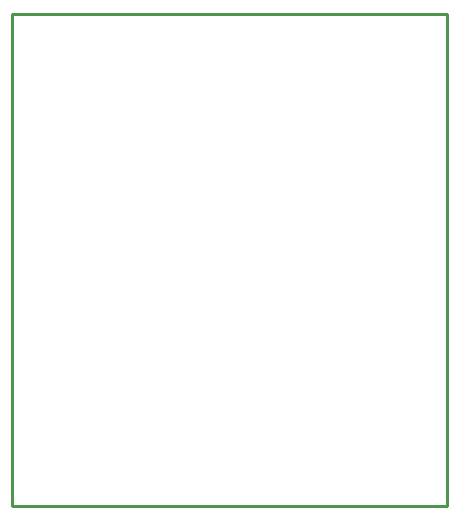
<source format=gm1>
G04 Layer_Color=16711935*
%FSAX23Y23*%
%MOIN*%
G70*
G01*
G75*
%ADD30C,0.010*%
D30*
X02920Y03570D02*
X04370D01*
Y01930D02*
Y03570D01*
X02920Y01930D02*
X04370D01*
X02920D02*
Y03570D01*
M02*

</source>
